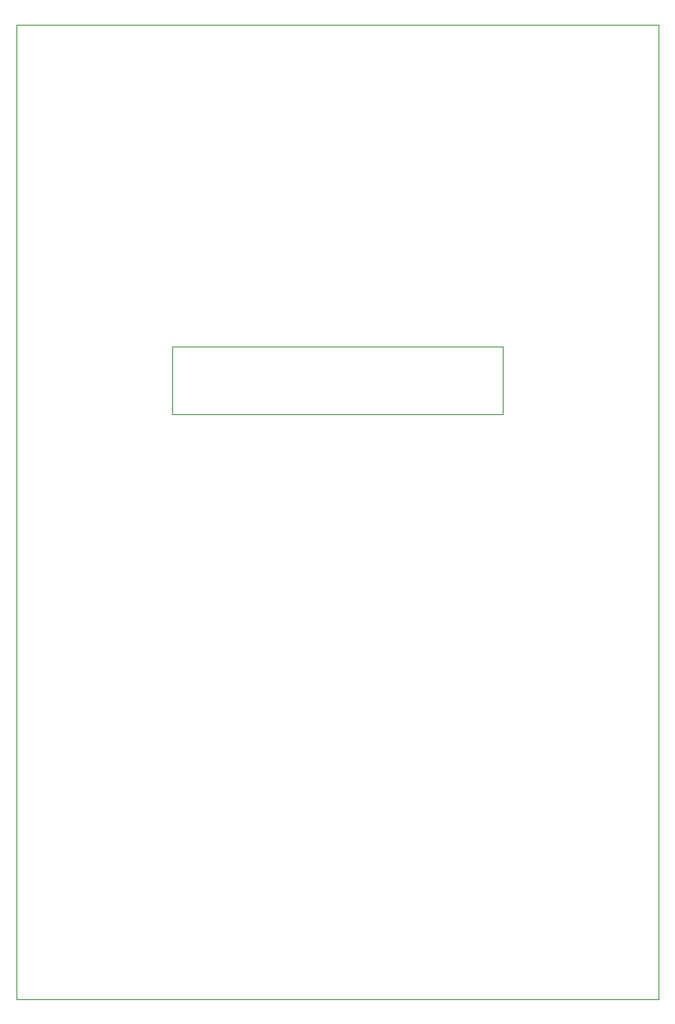
<source format=gbr>
G04 #@! TF.GenerationSoftware,KiCad,Pcbnew,(5.1.0-0)*
G04 #@! TF.CreationDate,2019-05-15T23:46:39-04:00*
G04 #@! TF.ProjectId,phone-hw,70686f6e-652d-4687-972e-6b696361645f,rev?*
G04 #@! TF.SameCoordinates,Original*
G04 #@! TF.FileFunction,Profile,NP*
%FSLAX46Y46*%
G04 Gerber Fmt 4.6, Leading zero omitted, Abs format (unit mm)*
G04 Created by KiCad (PCBNEW (5.1.0-0)) date 2019-05-15 23:46:39*
%MOMM*%
%LPD*%
G04 APERTURE LIST*
%ADD10C,0.050000*%
%ADD11C,0.120000*%
G04 APERTURE END LIST*
D10*
X86000000Y-120000000D02*
X20000000Y-120000000D01*
X86000000Y-20000000D02*
X86000000Y-120000000D01*
X20000000Y-20000000D02*
X86000000Y-20000000D01*
X20000000Y-20000000D02*
X20000000Y-120000000D01*
D11*
X70000000Y-53000000D02*
X70000000Y-60000000D01*
X70000000Y-60000000D02*
X36000000Y-60000000D01*
X36000000Y-60000000D02*
X36000000Y-53000000D01*
X36000000Y-53000000D02*
X70000000Y-53000000D01*
M02*

</source>
